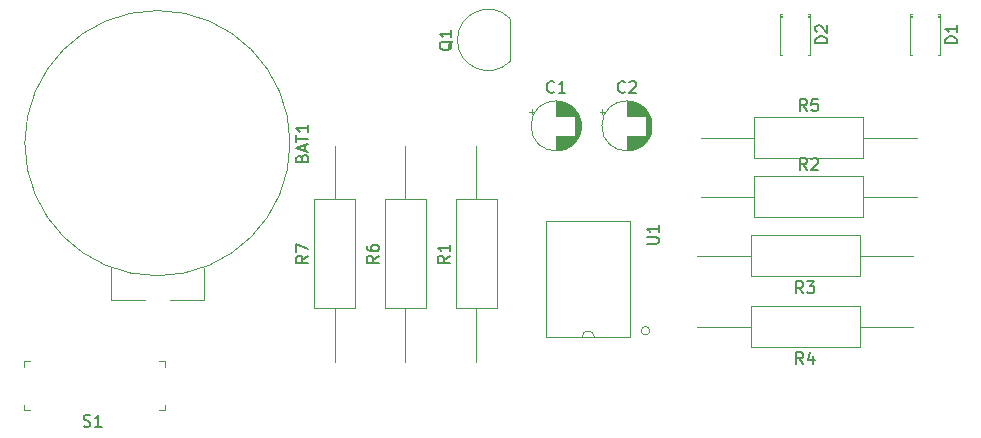
<source format=gto>
G04 #@! TF.GenerationSoftware,KiCad,Pcbnew,(5.1.5)-3*
G04 #@! TF.CreationDate,2019-12-22T13:16:54-05:00*
G04 #@! TF.ProjectId,557_circuit,3535375f-6369-4726-9375-69742e6b6963,rev?*
G04 #@! TF.SameCoordinates,Original*
G04 #@! TF.FileFunction,Legend,Top*
G04 #@! TF.FilePolarity,Positive*
%FSLAX46Y46*%
G04 Gerber Fmt 4.6, Leading zero omitted, Abs format (unit mm)*
G04 Created by KiCad (PCBNEW (5.1.5)-3) date 2019-12-22 13:16:54*
%MOMM*%
%LPD*%
G04 APERTURE LIST*
%ADD10C,0.100000*%
%ADD11C,0.120000*%
%ADD12C,0.150000*%
G04 APERTURE END LIST*
D10*
X16700000Y-59100000D02*
X17200000Y-59100000D01*
X16700000Y-59100000D02*
X16700000Y-58600000D01*
X28600000Y-59100000D02*
X28600000Y-58600000D01*
X28600000Y-59100000D02*
X28100000Y-59100000D01*
X28600000Y-54900000D02*
X28600000Y-55400000D01*
X28600000Y-54900000D02*
X28100000Y-54900000D01*
X16700000Y-54900000D02*
X16700000Y-55400000D01*
X16700000Y-54900000D02*
X17200000Y-54900000D01*
X39226800Y-36467600D02*
G75*
G03X39226800Y-36467600I-11226800J0D01*
G01*
X31911600Y-47034000D02*
X31911600Y-49777200D01*
X24088400Y-47034000D02*
X24088400Y-49777200D01*
X31911600Y-49777200D02*
X29066800Y-49777200D01*
X24088400Y-49777200D02*
X26933200Y-49777200D01*
D11*
X63938800Y-52900000D02*
G75*
G02X65000000Y-52900000I530600J0D01*
G01*
X68000000Y-52902200D02*
X68000000Y-43097800D01*
X68000000Y-43097800D02*
X60938800Y-43097800D01*
X60938800Y-43097800D02*
X60938800Y-52902200D01*
X60938800Y-52902200D02*
X68000000Y-52902200D01*
X69687124Y-52343400D02*
G75*
G03X69687124Y-52343400I-366324J0D01*
G01*
X63870000Y-35000000D02*
G75*
G03X63870000Y-35000000I-2120000J0D01*
G01*
X61750000Y-35840000D02*
X61750000Y-37080000D01*
X61750000Y-32920000D02*
X61750000Y-34160000D01*
X61790000Y-35840000D02*
X61790000Y-37080000D01*
X61790000Y-32920000D02*
X61790000Y-34160000D01*
X61830000Y-35840000D02*
X61830000Y-37079000D01*
X61830000Y-32921000D02*
X61830000Y-34160000D01*
X61870000Y-32923000D02*
X61870000Y-34160000D01*
X61870000Y-35840000D02*
X61870000Y-37077000D01*
X61910000Y-32926000D02*
X61910000Y-34160000D01*
X61910000Y-35840000D02*
X61910000Y-37074000D01*
X61950000Y-32929000D02*
X61950000Y-34160000D01*
X61950000Y-35840000D02*
X61950000Y-37071000D01*
X61990000Y-32933000D02*
X61990000Y-34160000D01*
X61990000Y-35840000D02*
X61990000Y-37067000D01*
X62030000Y-32938000D02*
X62030000Y-34160000D01*
X62030000Y-35840000D02*
X62030000Y-37062000D01*
X62070000Y-32944000D02*
X62070000Y-34160000D01*
X62070000Y-35840000D02*
X62070000Y-37056000D01*
X62110000Y-32950000D02*
X62110000Y-34160000D01*
X62110000Y-35840000D02*
X62110000Y-37050000D01*
X62150000Y-32958000D02*
X62150000Y-34160000D01*
X62150000Y-35840000D02*
X62150000Y-37042000D01*
X62190000Y-32966000D02*
X62190000Y-34160000D01*
X62190000Y-35840000D02*
X62190000Y-37034000D01*
X62230000Y-32975000D02*
X62230000Y-34160000D01*
X62230000Y-35840000D02*
X62230000Y-37025000D01*
X62270000Y-32984000D02*
X62270000Y-34160000D01*
X62270000Y-35840000D02*
X62270000Y-37016000D01*
X62310000Y-32995000D02*
X62310000Y-34160000D01*
X62310000Y-35840000D02*
X62310000Y-37005000D01*
X62350000Y-33006000D02*
X62350000Y-34160000D01*
X62350000Y-35840000D02*
X62350000Y-36994000D01*
X62390000Y-33018000D02*
X62390000Y-34160000D01*
X62390000Y-35840000D02*
X62390000Y-36982000D01*
X62430000Y-33032000D02*
X62430000Y-34160000D01*
X62430000Y-35840000D02*
X62430000Y-36968000D01*
X62471000Y-33046000D02*
X62471000Y-34160000D01*
X62471000Y-35840000D02*
X62471000Y-36954000D01*
X62511000Y-33060000D02*
X62511000Y-34160000D01*
X62511000Y-35840000D02*
X62511000Y-36940000D01*
X62551000Y-33076000D02*
X62551000Y-34160000D01*
X62551000Y-35840000D02*
X62551000Y-36924000D01*
X62591000Y-33093000D02*
X62591000Y-34160000D01*
X62591000Y-35840000D02*
X62591000Y-36907000D01*
X62631000Y-33111000D02*
X62631000Y-34160000D01*
X62631000Y-35840000D02*
X62631000Y-36889000D01*
X62671000Y-33130000D02*
X62671000Y-34160000D01*
X62671000Y-35840000D02*
X62671000Y-36870000D01*
X62711000Y-33149000D02*
X62711000Y-34160000D01*
X62711000Y-35840000D02*
X62711000Y-36851000D01*
X62751000Y-33170000D02*
X62751000Y-34160000D01*
X62751000Y-35840000D02*
X62751000Y-36830000D01*
X62791000Y-33192000D02*
X62791000Y-34160000D01*
X62791000Y-35840000D02*
X62791000Y-36808000D01*
X62831000Y-33215000D02*
X62831000Y-34160000D01*
X62831000Y-35840000D02*
X62831000Y-36785000D01*
X62871000Y-33240000D02*
X62871000Y-34160000D01*
X62871000Y-35840000D02*
X62871000Y-36760000D01*
X62911000Y-33265000D02*
X62911000Y-34160000D01*
X62911000Y-35840000D02*
X62911000Y-36735000D01*
X62951000Y-33292000D02*
X62951000Y-34160000D01*
X62951000Y-35840000D02*
X62951000Y-36708000D01*
X62991000Y-33320000D02*
X62991000Y-34160000D01*
X62991000Y-35840000D02*
X62991000Y-36680000D01*
X63031000Y-33350000D02*
X63031000Y-34160000D01*
X63031000Y-35840000D02*
X63031000Y-36650000D01*
X63071000Y-33381000D02*
X63071000Y-34160000D01*
X63071000Y-35840000D02*
X63071000Y-36619000D01*
X63111000Y-33413000D02*
X63111000Y-34160000D01*
X63111000Y-35840000D02*
X63111000Y-36587000D01*
X63151000Y-33448000D02*
X63151000Y-34160000D01*
X63151000Y-35840000D02*
X63151000Y-36552000D01*
X63191000Y-33484000D02*
X63191000Y-34160000D01*
X63191000Y-35840000D02*
X63191000Y-36516000D01*
X63231000Y-33522000D02*
X63231000Y-34160000D01*
X63231000Y-35840000D02*
X63231000Y-36478000D01*
X63271000Y-33562000D02*
X63271000Y-34160000D01*
X63271000Y-35840000D02*
X63271000Y-36438000D01*
X63311000Y-33604000D02*
X63311000Y-34160000D01*
X63311000Y-35840000D02*
X63311000Y-36396000D01*
X63351000Y-33649000D02*
X63351000Y-36351000D01*
X63391000Y-33696000D02*
X63391000Y-36304000D01*
X63431000Y-33746000D02*
X63431000Y-36254000D01*
X63471000Y-33800000D02*
X63471000Y-36200000D01*
X63511000Y-33858000D02*
X63511000Y-36142000D01*
X63551000Y-33920000D02*
X63551000Y-36080000D01*
X63591000Y-33987000D02*
X63591000Y-36013000D01*
X63631000Y-34060000D02*
X63631000Y-35940000D01*
X63671000Y-34141000D02*
X63671000Y-35859000D01*
X63711000Y-34232000D02*
X63711000Y-35768000D01*
X63751000Y-34336000D02*
X63751000Y-35664000D01*
X63791000Y-34463000D02*
X63791000Y-35537000D01*
X63831000Y-34630000D02*
X63831000Y-35370000D01*
X59480199Y-33805000D02*
X59880199Y-33805000D01*
X59680199Y-33605000D02*
X59680199Y-34005000D01*
X65680199Y-33605000D02*
X65680199Y-34005000D01*
X65480199Y-33805000D02*
X65880199Y-33805000D01*
X69831000Y-34630000D02*
X69831000Y-35370000D01*
X69791000Y-34463000D02*
X69791000Y-35537000D01*
X69751000Y-34336000D02*
X69751000Y-35664000D01*
X69711000Y-34232000D02*
X69711000Y-35768000D01*
X69671000Y-34141000D02*
X69671000Y-35859000D01*
X69631000Y-34060000D02*
X69631000Y-35940000D01*
X69591000Y-33987000D02*
X69591000Y-36013000D01*
X69551000Y-33920000D02*
X69551000Y-36080000D01*
X69511000Y-33858000D02*
X69511000Y-36142000D01*
X69471000Y-33800000D02*
X69471000Y-36200000D01*
X69431000Y-33746000D02*
X69431000Y-36254000D01*
X69391000Y-33696000D02*
X69391000Y-36304000D01*
X69351000Y-33649000D02*
X69351000Y-36351000D01*
X69311000Y-35840000D02*
X69311000Y-36396000D01*
X69311000Y-33604000D02*
X69311000Y-34160000D01*
X69271000Y-35840000D02*
X69271000Y-36438000D01*
X69271000Y-33562000D02*
X69271000Y-34160000D01*
X69231000Y-35840000D02*
X69231000Y-36478000D01*
X69231000Y-33522000D02*
X69231000Y-34160000D01*
X69191000Y-35840000D02*
X69191000Y-36516000D01*
X69191000Y-33484000D02*
X69191000Y-34160000D01*
X69151000Y-35840000D02*
X69151000Y-36552000D01*
X69151000Y-33448000D02*
X69151000Y-34160000D01*
X69111000Y-35840000D02*
X69111000Y-36587000D01*
X69111000Y-33413000D02*
X69111000Y-34160000D01*
X69071000Y-35840000D02*
X69071000Y-36619000D01*
X69071000Y-33381000D02*
X69071000Y-34160000D01*
X69031000Y-35840000D02*
X69031000Y-36650000D01*
X69031000Y-33350000D02*
X69031000Y-34160000D01*
X68991000Y-35840000D02*
X68991000Y-36680000D01*
X68991000Y-33320000D02*
X68991000Y-34160000D01*
X68951000Y-35840000D02*
X68951000Y-36708000D01*
X68951000Y-33292000D02*
X68951000Y-34160000D01*
X68911000Y-35840000D02*
X68911000Y-36735000D01*
X68911000Y-33265000D02*
X68911000Y-34160000D01*
X68871000Y-35840000D02*
X68871000Y-36760000D01*
X68871000Y-33240000D02*
X68871000Y-34160000D01*
X68831000Y-35840000D02*
X68831000Y-36785000D01*
X68831000Y-33215000D02*
X68831000Y-34160000D01*
X68791000Y-35840000D02*
X68791000Y-36808000D01*
X68791000Y-33192000D02*
X68791000Y-34160000D01*
X68751000Y-35840000D02*
X68751000Y-36830000D01*
X68751000Y-33170000D02*
X68751000Y-34160000D01*
X68711000Y-35840000D02*
X68711000Y-36851000D01*
X68711000Y-33149000D02*
X68711000Y-34160000D01*
X68671000Y-35840000D02*
X68671000Y-36870000D01*
X68671000Y-33130000D02*
X68671000Y-34160000D01*
X68631000Y-35840000D02*
X68631000Y-36889000D01*
X68631000Y-33111000D02*
X68631000Y-34160000D01*
X68591000Y-35840000D02*
X68591000Y-36907000D01*
X68591000Y-33093000D02*
X68591000Y-34160000D01*
X68551000Y-35840000D02*
X68551000Y-36924000D01*
X68551000Y-33076000D02*
X68551000Y-34160000D01*
X68511000Y-35840000D02*
X68511000Y-36940000D01*
X68511000Y-33060000D02*
X68511000Y-34160000D01*
X68471000Y-35840000D02*
X68471000Y-36954000D01*
X68471000Y-33046000D02*
X68471000Y-34160000D01*
X68430000Y-35840000D02*
X68430000Y-36968000D01*
X68430000Y-33032000D02*
X68430000Y-34160000D01*
X68390000Y-35840000D02*
X68390000Y-36982000D01*
X68390000Y-33018000D02*
X68390000Y-34160000D01*
X68350000Y-35840000D02*
X68350000Y-36994000D01*
X68350000Y-33006000D02*
X68350000Y-34160000D01*
X68310000Y-35840000D02*
X68310000Y-37005000D01*
X68310000Y-32995000D02*
X68310000Y-34160000D01*
X68270000Y-35840000D02*
X68270000Y-37016000D01*
X68270000Y-32984000D02*
X68270000Y-34160000D01*
X68230000Y-35840000D02*
X68230000Y-37025000D01*
X68230000Y-32975000D02*
X68230000Y-34160000D01*
X68190000Y-35840000D02*
X68190000Y-37034000D01*
X68190000Y-32966000D02*
X68190000Y-34160000D01*
X68150000Y-35840000D02*
X68150000Y-37042000D01*
X68150000Y-32958000D02*
X68150000Y-34160000D01*
X68110000Y-35840000D02*
X68110000Y-37050000D01*
X68110000Y-32950000D02*
X68110000Y-34160000D01*
X68070000Y-35840000D02*
X68070000Y-37056000D01*
X68070000Y-32944000D02*
X68070000Y-34160000D01*
X68030000Y-35840000D02*
X68030000Y-37062000D01*
X68030000Y-32938000D02*
X68030000Y-34160000D01*
X67990000Y-35840000D02*
X67990000Y-37067000D01*
X67990000Y-32933000D02*
X67990000Y-34160000D01*
X67950000Y-35840000D02*
X67950000Y-37071000D01*
X67950000Y-32929000D02*
X67950000Y-34160000D01*
X67910000Y-35840000D02*
X67910000Y-37074000D01*
X67910000Y-32926000D02*
X67910000Y-34160000D01*
X67870000Y-35840000D02*
X67870000Y-37077000D01*
X67870000Y-32923000D02*
X67870000Y-34160000D01*
X67830000Y-32921000D02*
X67830000Y-34160000D01*
X67830000Y-35840000D02*
X67830000Y-37079000D01*
X67790000Y-32920000D02*
X67790000Y-34160000D01*
X67790000Y-35840000D02*
X67790000Y-37080000D01*
X67750000Y-32920000D02*
X67750000Y-34160000D01*
X67750000Y-35840000D02*
X67750000Y-37080000D01*
X69870000Y-35000000D02*
G75*
G03X69870000Y-35000000I-2120000J0D01*
G01*
X94260000Y-25560000D02*
X94260000Y-28980000D01*
X91740000Y-25560000D02*
X91740000Y-28980000D01*
X94260000Y-25560000D02*
X94080000Y-25560000D01*
X91920000Y-25560000D02*
X91740000Y-25560000D01*
X94260000Y-28980000D02*
X94095000Y-28980000D01*
X91905000Y-28980000D02*
X91740000Y-28980000D01*
X94260000Y-25680000D02*
X94080000Y-25680000D01*
X91920000Y-25680000D02*
X91740000Y-25680000D01*
X94260000Y-25800000D02*
X94080000Y-25800000D01*
X91920000Y-25800000D02*
X91740000Y-25800000D01*
X80920000Y-25800000D02*
X80740000Y-25800000D01*
X83260000Y-25800000D02*
X83080000Y-25800000D01*
X80920000Y-25680000D02*
X80740000Y-25680000D01*
X83260000Y-25680000D02*
X83080000Y-25680000D01*
X80905000Y-28980000D02*
X80740000Y-28980000D01*
X83260000Y-28980000D02*
X83095000Y-28980000D01*
X80920000Y-25560000D02*
X80740000Y-25560000D01*
X83260000Y-25560000D02*
X83080000Y-25560000D01*
X80740000Y-25560000D02*
X80740000Y-28980000D01*
X83260000Y-25560000D02*
X83260000Y-28980000D01*
X57850000Y-29530000D02*
X57850000Y-25930000D01*
X57838478Y-29568478D02*
G75*
G02X53400000Y-27730000I-1838478J1838478D01*
G01*
X57838478Y-25891522D02*
G75*
G03X53400000Y-27730000I-1838478J-1838478D01*
G01*
X55000000Y-36720000D02*
X55000000Y-41220000D01*
X55000000Y-54960000D02*
X55000000Y-50460000D01*
X53280000Y-41220000D02*
X53280000Y-50460000D01*
X56720000Y-41220000D02*
X53280000Y-41220000D01*
X56720000Y-50460000D02*
X56720000Y-41220000D01*
X53280000Y-50460000D02*
X56720000Y-50460000D01*
X78540000Y-39280000D02*
X78540000Y-42720000D01*
X78540000Y-42720000D02*
X87780000Y-42720000D01*
X87780000Y-42720000D02*
X87780000Y-39280000D01*
X87780000Y-39280000D02*
X78540000Y-39280000D01*
X74040000Y-41000000D02*
X78540000Y-41000000D01*
X92280000Y-41000000D02*
X87780000Y-41000000D01*
X73720000Y-46000000D02*
X78220000Y-46000000D01*
X91960000Y-46000000D02*
X87460000Y-46000000D01*
X78220000Y-47720000D02*
X87460000Y-47720000D01*
X78220000Y-44280000D02*
X78220000Y-47720000D01*
X87460000Y-44280000D02*
X78220000Y-44280000D01*
X87460000Y-47720000D02*
X87460000Y-44280000D01*
X87460000Y-53720000D02*
X87460000Y-50280000D01*
X87460000Y-50280000D02*
X78220000Y-50280000D01*
X78220000Y-50280000D02*
X78220000Y-53720000D01*
X78220000Y-53720000D02*
X87460000Y-53720000D01*
X91960000Y-52000000D02*
X87460000Y-52000000D01*
X73720000Y-52000000D02*
X78220000Y-52000000D01*
X78540000Y-34280000D02*
X78540000Y-37720000D01*
X78540000Y-37720000D02*
X87780000Y-37720000D01*
X87780000Y-37720000D02*
X87780000Y-34280000D01*
X87780000Y-34280000D02*
X78540000Y-34280000D01*
X74040000Y-36000000D02*
X78540000Y-36000000D01*
X92280000Y-36000000D02*
X87780000Y-36000000D01*
X49000000Y-36720000D02*
X49000000Y-41220000D01*
X49000000Y-54960000D02*
X49000000Y-50460000D01*
X47280000Y-41220000D02*
X47280000Y-50460000D01*
X50720000Y-41220000D02*
X47280000Y-41220000D01*
X50720000Y-50460000D02*
X50720000Y-41220000D01*
X47280000Y-50460000D02*
X50720000Y-50460000D01*
X41280000Y-50460000D02*
X44720000Y-50460000D01*
X44720000Y-50460000D02*
X44720000Y-41220000D01*
X44720000Y-41220000D02*
X41280000Y-41220000D01*
X41280000Y-41220000D02*
X41280000Y-50460000D01*
X43000000Y-54960000D02*
X43000000Y-50460000D01*
X43000000Y-36720000D02*
X43000000Y-41220000D01*
D12*
X21748095Y-60424761D02*
X21890952Y-60472380D01*
X22129047Y-60472380D01*
X22224285Y-60424761D01*
X22271904Y-60377142D01*
X22319523Y-60281904D01*
X22319523Y-60186666D01*
X22271904Y-60091428D01*
X22224285Y-60043809D01*
X22129047Y-59996190D01*
X21938571Y-59948571D01*
X21843333Y-59900952D01*
X21795714Y-59853333D01*
X21748095Y-59758095D01*
X21748095Y-59662857D01*
X21795714Y-59567619D01*
X21843333Y-59520000D01*
X21938571Y-59472380D01*
X22176666Y-59472380D01*
X22319523Y-59520000D01*
X23271904Y-60472380D02*
X22700476Y-60472380D01*
X22986190Y-60472380D02*
X22986190Y-59472380D01*
X22890952Y-59615238D01*
X22795714Y-59710476D01*
X22700476Y-59758095D01*
X40234871Y-37742845D02*
X40282490Y-37599988D01*
X40330109Y-37552369D01*
X40425347Y-37504750D01*
X40568204Y-37504750D01*
X40663442Y-37552369D01*
X40711061Y-37599988D01*
X40758680Y-37695226D01*
X40758680Y-38076179D01*
X39758680Y-38076179D01*
X39758680Y-37742845D01*
X39806300Y-37647607D01*
X39853919Y-37599988D01*
X39949157Y-37552369D01*
X40044395Y-37552369D01*
X40139633Y-37599988D01*
X40187252Y-37647607D01*
X40234871Y-37742845D01*
X40234871Y-38076179D01*
X40472966Y-37123798D02*
X40472966Y-36647607D01*
X40758680Y-37219036D02*
X39758680Y-36885702D01*
X40758680Y-36552369D01*
X39758680Y-36361893D02*
X39758680Y-35790464D01*
X40758680Y-36076179D02*
X39758680Y-36076179D01*
X40758680Y-34933321D02*
X40758680Y-35504750D01*
X40758680Y-35219036D02*
X39758680Y-35219036D01*
X39901538Y-35314274D01*
X39996776Y-35409512D01*
X40044395Y-35504750D01*
X69433580Y-45002704D02*
X70243104Y-45002704D01*
X70338342Y-44955085D01*
X70385961Y-44907466D01*
X70433580Y-44812228D01*
X70433580Y-44621752D01*
X70385961Y-44526514D01*
X70338342Y-44478895D01*
X70243104Y-44431276D01*
X69433580Y-44431276D01*
X70433580Y-43431276D02*
X70433580Y-44002704D01*
X70433580Y-43716990D02*
X69433580Y-43716990D01*
X69576438Y-43812228D01*
X69671676Y-43907466D01*
X69719295Y-44002704D01*
X61583333Y-32107142D02*
X61535714Y-32154761D01*
X61392857Y-32202380D01*
X61297619Y-32202380D01*
X61154761Y-32154761D01*
X61059523Y-32059523D01*
X61011904Y-31964285D01*
X60964285Y-31773809D01*
X60964285Y-31630952D01*
X61011904Y-31440476D01*
X61059523Y-31345238D01*
X61154761Y-31250000D01*
X61297619Y-31202380D01*
X61392857Y-31202380D01*
X61535714Y-31250000D01*
X61583333Y-31297619D01*
X62535714Y-32202380D02*
X61964285Y-32202380D01*
X62250000Y-32202380D02*
X62250000Y-31202380D01*
X62154761Y-31345238D01*
X62059523Y-31440476D01*
X61964285Y-31488095D01*
X67583333Y-32107142D02*
X67535714Y-32154761D01*
X67392857Y-32202380D01*
X67297619Y-32202380D01*
X67154761Y-32154761D01*
X67059523Y-32059523D01*
X67011904Y-31964285D01*
X66964285Y-31773809D01*
X66964285Y-31630952D01*
X67011904Y-31440476D01*
X67059523Y-31345238D01*
X67154761Y-31250000D01*
X67297619Y-31202380D01*
X67392857Y-31202380D01*
X67535714Y-31250000D01*
X67583333Y-31297619D01*
X67964285Y-31297619D02*
X68011904Y-31250000D01*
X68107142Y-31202380D01*
X68345238Y-31202380D01*
X68440476Y-31250000D01*
X68488095Y-31297619D01*
X68535714Y-31392857D01*
X68535714Y-31488095D01*
X68488095Y-31630952D01*
X67916666Y-32202380D01*
X68535714Y-32202380D01*
X95712380Y-28008095D02*
X94712380Y-28008095D01*
X94712380Y-27770000D01*
X94760000Y-27627142D01*
X94855238Y-27531904D01*
X94950476Y-27484285D01*
X95140952Y-27436666D01*
X95283809Y-27436666D01*
X95474285Y-27484285D01*
X95569523Y-27531904D01*
X95664761Y-27627142D01*
X95712380Y-27770000D01*
X95712380Y-28008095D01*
X95712380Y-26484285D02*
X95712380Y-27055714D01*
X95712380Y-26770000D02*
X94712380Y-26770000D01*
X94855238Y-26865238D01*
X94950476Y-26960476D01*
X94998095Y-27055714D01*
X84712380Y-28008095D02*
X83712380Y-28008095D01*
X83712380Y-27770000D01*
X83760000Y-27627142D01*
X83855238Y-27531904D01*
X83950476Y-27484285D01*
X84140952Y-27436666D01*
X84283809Y-27436666D01*
X84474285Y-27484285D01*
X84569523Y-27531904D01*
X84664761Y-27627142D01*
X84712380Y-27770000D01*
X84712380Y-28008095D01*
X83807619Y-27055714D02*
X83760000Y-27008095D01*
X83712380Y-26912857D01*
X83712380Y-26674761D01*
X83760000Y-26579523D01*
X83807619Y-26531904D01*
X83902857Y-26484285D01*
X83998095Y-26484285D01*
X84140952Y-26531904D01*
X84712380Y-27103333D01*
X84712380Y-26484285D01*
X52987619Y-27825238D02*
X52940000Y-27920476D01*
X52844761Y-28015714D01*
X52701904Y-28158571D01*
X52654285Y-28253809D01*
X52654285Y-28349047D01*
X52892380Y-28301428D02*
X52844761Y-28396666D01*
X52749523Y-28491904D01*
X52559047Y-28539523D01*
X52225714Y-28539523D01*
X52035238Y-28491904D01*
X51940000Y-28396666D01*
X51892380Y-28301428D01*
X51892380Y-28110952D01*
X51940000Y-28015714D01*
X52035238Y-27920476D01*
X52225714Y-27872857D01*
X52559047Y-27872857D01*
X52749523Y-27920476D01*
X52844761Y-28015714D01*
X52892380Y-28110952D01*
X52892380Y-28301428D01*
X52892380Y-26920476D02*
X52892380Y-27491904D01*
X52892380Y-27206190D02*
X51892380Y-27206190D01*
X52035238Y-27301428D01*
X52130476Y-27396666D01*
X52178095Y-27491904D01*
X52732380Y-46006666D02*
X52256190Y-46340000D01*
X52732380Y-46578095D02*
X51732380Y-46578095D01*
X51732380Y-46197142D01*
X51780000Y-46101904D01*
X51827619Y-46054285D01*
X51922857Y-46006666D01*
X52065714Y-46006666D01*
X52160952Y-46054285D01*
X52208571Y-46101904D01*
X52256190Y-46197142D01*
X52256190Y-46578095D01*
X52732380Y-45054285D02*
X52732380Y-45625714D01*
X52732380Y-45340000D02*
X51732380Y-45340000D01*
X51875238Y-45435238D01*
X51970476Y-45530476D01*
X52018095Y-45625714D01*
X82993333Y-38732380D02*
X82660000Y-38256190D01*
X82421904Y-38732380D02*
X82421904Y-37732380D01*
X82802857Y-37732380D01*
X82898095Y-37780000D01*
X82945714Y-37827619D01*
X82993333Y-37922857D01*
X82993333Y-38065714D01*
X82945714Y-38160952D01*
X82898095Y-38208571D01*
X82802857Y-38256190D01*
X82421904Y-38256190D01*
X83374285Y-37827619D02*
X83421904Y-37780000D01*
X83517142Y-37732380D01*
X83755238Y-37732380D01*
X83850476Y-37780000D01*
X83898095Y-37827619D01*
X83945714Y-37922857D01*
X83945714Y-38018095D01*
X83898095Y-38160952D01*
X83326666Y-38732380D01*
X83945714Y-38732380D01*
X82673333Y-49172380D02*
X82340000Y-48696190D01*
X82101904Y-49172380D02*
X82101904Y-48172380D01*
X82482857Y-48172380D01*
X82578095Y-48220000D01*
X82625714Y-48267619D01*
X82673333Y-48362857D01*
X82673333Y-48505714D01*
X82625714Y-48600952D01*
X82578095Y-48648571D01*
X82482857Y-48696190D01*
X82101904Y-48696190D01*
X83006666Y-48172380D02*
X83625714Y-48172380D01*
X83292380Y-48553333D01*
X83435238Y-48553333D01*
X83530476Y-48600952D01*
X83578095Y-48648571D01*
X83625714Y-48743809D01*
X83625714Y-48981904D01*
X83578095Y-49077142D01*
X83530476Y-49124761D01*
X83435238Y-49172380D01*
X83149523Y-49172380D01*
X83054285Y-49124761D01*
X83006666Y-49077142D01*
X82673333Y-55172380D02*
X82340000Y-54696190D01*
X82101904Y-55172380D02*
X82101904Y-54172380D01*
X82482857Y-54172380D01*
X82578095Y-54220000D01*
X82625714Y-54267619D01*
X82673333Y-54362857D01*
X82673333Y-54505714D01*
X82625714Y-54600952D01*
X82578095Y-54648571D01*
X82482857Y-54696190D01*
X82101904Y-54696190D01*
X83530476Y-54505714D02*
X83530476Y-55172380D01*
X83292380Y-54124761D02*
X83054285Y-54839047D01*
X83673333Y-54839047D01*
X82993333Y-33732380D02*
X82660000Y-33256190D01*
X82421904Y-33732380D02*
X82421904Y-32732380D01*
X82802857Y-32732380D01*
X82898095Y-32780000D01*
X82945714Y-32827619D01*
X82993333Y-32922857D01*
X82993333Y-33065714D01*
X82945714Y-33160952D01*
X82898095Y-33208571D01*
X82802857Y-33256190D01*
X82421904Y-33256190D01*
X83898095Y-32732380D02*
X83421904Y-32732380D01*
X83374285Y-33208571D01*
X83421904Y-33160952D01*
X83517142Y-33113333D01*
X83755238Y-33113333D01*
X83850476Y-33160952D01*
X83898095Y-33208571D01*
X83945714Y-33303809D01*
X83945714Y-33541904D01*
X83898095Y-33637142D01*
X83850476Y-33684761D01*
X83755238Y-33732380D01*
X83517142Y-33732380D01*
X83421904Y-33684761D01*
X83374285Y-33637142D01*
X46732380Y-46006666D02*
X46256190Y-46340000D01*
X46732380Y-46578095D02*
X45732380Y-46578095D01*
X45732380Y-46197142D01*
X45780000Y-46101904D01*
X45827619Y-46054285D01*
X45922857Y-46006666D01*
X46065714Y-46006666D01*
X46160952Y-46054285D01*
X46208571Y-46101904D01*
X46256190Y-46197142D01*
X46256190Y-46578095D01*
X45732380Y-45149523D02*
X45732380Y-45340000D01*
X45780000Y-45435238D01*
X45827619Y-45482857D01*
X45970476Y-45578095D01*
X46160952Y-45625714D01*
X46541904Y-45625714D01*
X46637142Y-45578095D01*
X46684761Y-45530476D01*
X46732380Y-45435238D01*
X46732380Y-45244761D01*
X46684761Y-45149523D01*
X46637142Y-45101904D01*
X46541904Y-45054285D01*
X46303809Y-45054285D01*
X46208571Y-45101904D01*
X46160952Y-45149523D01*
X46113333Y-45244761D01*
X46113333Y-45435238D01*
X46160952Y-45530476D01*
X46208571Y-45578095D01*
X46303809Y-45625714D01*
X40732380Y-46006666D02*
X40256190Y-46340000D01*
X40732380Y-46578095D02*
X39732380Y-46578095D01*
X39732380Y-46197142D01*
X39780000Y-46101904D01*
X39827619Y-46054285D01*
X39922857Y-46006666D01*
X40065714Y-46006666D01*
X40160952Y-46054285D01*
X40208571Y-46101904D01*
X40256190Y-46197142D01*
X40256190Y-46578095D01*
X39732380Y-45673333D02*
X39732380Y-45006666D01*
X40732380Y-45435238D01*
M02*

</source>
